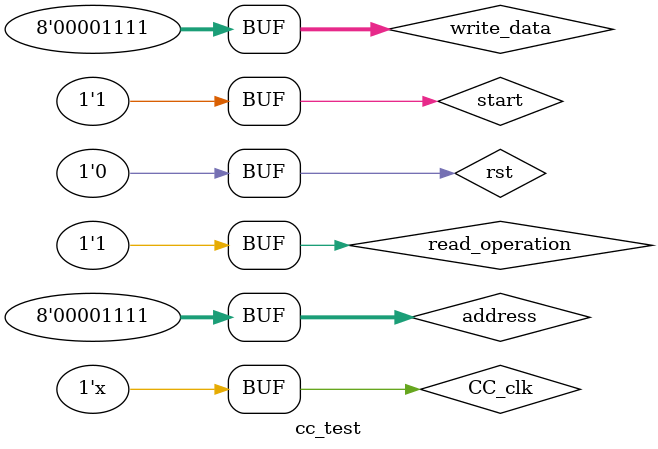
<source format=v>
`timescale 1ns / 1ps


module cc_test;

	// Inputs
	reg start;
	reg CC_clk;
	reg read_operation;
	reg [7:0] address;
	reg [7:0] write_data;
	reg rst;

	// Outputs
	wire [7:0] read_data;
	wire hit;
	wire miss;

	// Instantiate the Unit Under Test (UUT)
	cache_controller uut (
		.read_data(read_data), 
		.hit(hit), 
		.miss(miss), 
		.start(start), 
		.CC_clk(CC_clk), 
		.read_operation(read_operation), 
		.address(address), 
		.write_data(write_data), 
		.rst(rst)
	);
	always #1 CC_clk=~CC_clk;
	initial begin
		// Initialize Inputs
		start = 0;
		CC_clk = 0;
		read_operation = 0;
		address = 0;
		write_data = 8'd1;
		rst = 1;
		#10
		rst=0;
		start=1;
		read_operation=0;
		#10
		read_operation=0;
		address=8'd0;
		write_data=8'd5;
		#10
		address=8'd0;
		write_data=8'd15;
		#10
		address=8'd1;
		write_data=8'd15;
		#10
		address=8'd0;
		read_operation = 1;
		#10
		address = 8'd15;
		/*write_data=8'd15;
		#10
		address=8'd3;
		write_data=8'd15;
		#10
		address=8'd4;
		write_data=8'd15;
		#10
		address=8'd5;
		write_data=8'd15;
		#10
		address=8'd6;
		write_data=8'd15;
		#10
		address=8'd7;
		write_data=8'd15;
		#10
		address=8'd8;
		write_data=8'd15;
		#10
		address=8'd0;
		write_data=8'd20;*/
		
		
		// Wait 100 ns for global reset to finish
		#100;
        
		// Add stimulus here

	end
      
endmodule


</source>
